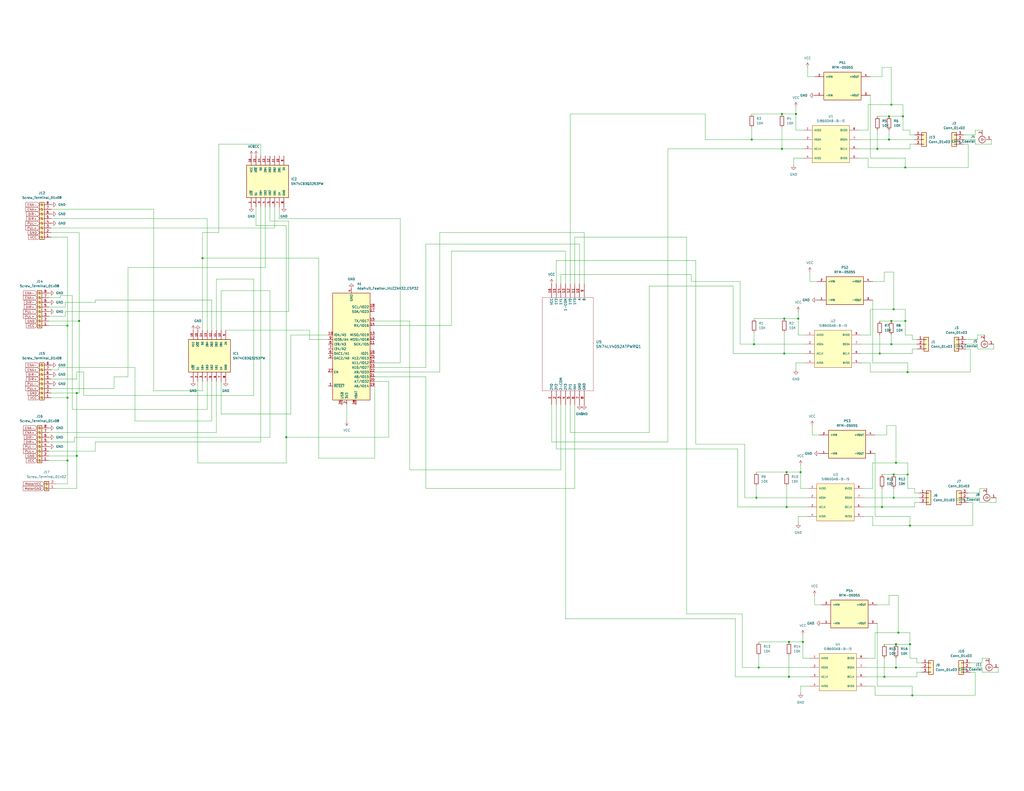
<source format=kicad_sch>
(kicad_sch (version 20250114) (generator "eeschema") (generator_version "9.0")
  (paper "C")
  (junction (at 435.61 173.99))
  (junction (at 495.3 259.08))
  (junction (at 43.18 175.26))
  (junction (at 494.03 91.44))
  (junction (at 486.41 175.26))
  (junction (at 492.76 63.5))
  (junction (at 487.68 259.08))
  (junction (at 434.34 62.23))
  (junction (at 487.68 168.91))
  (junction (at 430.53 369.57))
  (junction (at 481.33 276.86))
  (junction (at 429.26 276.86))
  (junction (at 414.02 364.49))
  (junction (at 488.95 364.49))
  (junction (at 429.26 257.81))
  (junction (at 486.41 187.96))
  (junction (at 487.68 271.78))
  (junction (at 436.88 257.81))
  (junction (at 410.21 76.2))
  (junction (at 41.91 248.92))
  (junction (at 482.6 369.57))
  (junction (at 412.75 271.78))
  (junction (at 478.79 81.28))
  (junction (at 427.99 173.99))
  (junction (at 426.72 62.23))
  (junction (at 495.3 203.2))
  (junction (at 110.49 140.97))
  (junction (at 494.03 175.26))
  (junction (at 427.99 193.04))
  (junction (at 438.15 350.52))
  (junction (at 480.06 193.04))
  (junction (at 36.83 177.8))
  (junction (at 485.14 63.5))
  (junction (at 156.21 238.76))
  (junction (at 41.91 214.63))
  (junction (at 497.84 379.73))
  (junction (at 430.53 350.52))
  (junction (at 488.95 351.79))
  (junction (at 411.48 187.96))
  (junction (at 36.83 217.17))
  (junction (at 496.57 287.02))
  (junction (at 36.83 251.46))
  (junction (at 488.95 252.73))
  (junction (at 485.14 76.2))
  (junction (at 426.72 81.28))
  (junction (at 486.41 57.15))
  (junction (at 496.57 351.79))
  (junction (at 490.22 345.44))
  (wire (pts (xy 400.05 193.04) (xy 427.99 193.04)))
  (wire (pts (xy 494.03 86.36) (xy 494.03 91.44)))
  (wire (pts (xy 364.49 241.3) (xy 364.49 81.28)))
  (wire (pts (xy 429.26 257.81) (xy 436.88 257.81)))
  (wire (pts (xy 495.3 259.08) (xy 495.3 266.7)))
  (wire (pts (xy 544.83 367.03) (xy 544.83 364.49)))
  (wire (pts (xy 113.03 119.38) (xy 27.94 119.38)))
  (wire (pts (xy 311.15 154.94) (xy 311.15 62.23)))
  (wire (pts (xy 436.88 266.7) (xy 440.69 266.7)))
  (wire (pts (xy 496.57 281.94) (xy 496.57 287.02)))
  (wire (pts (xy 534.67 271.78) (xy 534.67 274.32)))
  (wire (pts (xy 429.26 276.86) (xy 440.69 276.86)))
  (wire (pts (xy 533.4 187.96) (xy 533.4 190.5)))
  (wire (pts (xy 33.02 162.56) (xy 26.67 162.56)))
  (wire (pts (xy 110.49 213.36) (xy 83.82 213.36)))
  (wire (pts (xy 480.06 193.04) (xy 497.84 193.04)))
  (wire (pts (xy 240.03 203.2) (xy 204.47 203.2)))
  (wire (pts (xy 158.75 226.06) (xy 158.75 182.88)))
  (wire (pts (xy 497.84 379.73) (xy 532.13 379.73)))
  (wire (pts (xy 476.25 287.02) (xy 496.57 287.02)))
  (wire (pts (xy 471.17 276.86) (xy 481.33 276.86)))
  (wire (pts (xy 402.59 276.86) (xy 429.26 276.86)))
  (wire (pts (xy 306.07 149.86) (xy 377.19 149.86)))
  (wire (pts (xy 434.34 198.12) (xy 434.34 201.93)))
  (wire (pts (xy 488.95 359.41) (xy 488.95 364.49)))
  (wire (pts (xy 40.64 238.76) (xy 40.64 241.3)))
  (wire (pts (xy 427.99 181.61) (xy 427.99 193.04)))
  (wire (pts (xy 472.44 364.49) (xy 488.95 364.49)))
  (wire (pts (xy 110.49 127) (xy 110.49 140.97)))
  (wire (pts (xy 223.52 256.54) (xy 223.52 175.26)))
  (wire (pts (xy 374.65 129.54) (xy 374.65 335.28)))
  (wire (pts (xy 411.48 187.96) (xy 439.42 187.96)))
  (wire (pts (xy 26.67 236.22) (xy 118.11 236.22)))
  (wire (pts (xy 469.9 198.12) (xy 474.98 198.12)))
  (wire (pts (xy 43.18 175.26) (xy 26.67 175.26)))
  (wire (pts (xy 529.59 190.5) (xy 529.59 203.2)))
  (wire (pts (xy 434.34 71.12) (xy 438.15 71.12)))
  (wire (pts (xy 478.79 330.2) (xy 485.14 330.2)))
  (wire (pts (xy 534.67 266.7) (xy 538.48 266.7)))
  (wire (pts (xy 477.52 281.94) (xy 496.57 281.94)))
  (wire (pts (xy 528.32 271.78) (xy 534.67 271.78)))
  (wire (pts (xy 471.17 281.94) (xy 476.25 281.94)))
  (wire (pts (xy 115.57 229.87) (xy 73.66 229.87)))
  (wire (pts (xy 45.72 203.2) (xy 41.91 203.2)))
  (wire (pts (xy 41.91 207.01) (xy 27.94 207.01)))
  (wire (pts (xy 445.77 153.67) (xy 441.96 153.67)))
  (wire (pts (xy 142.24 241.3) (xy 52.07 241.3)))
  (wire (pts (xy 488.95 364.49) (xy 502.92 364.49)))
  (wire (pts (xy 69.85 146.05) (xy 144.78 146.05)))
  (wire (pts (xy 30.48 266.7) (xy 41.91 266.7)))
  (wire (pts (xy 486.41 57.15) (xy 473.71 57.15)))
  (wire (pts (xy 35.56 167.64) (xy 26.67 167.64)))
  (wire (pts (xy 435.61 170.18) (xy 435.61 173.99)))
  (wire (pts (xy 303.53 245.11) (xy 402.59 245.11)))
  (wire (pts (xy 495.3 198.12) (xy 495.3 203.2)))
  (wire (pts (xy 535.94 359.41) (xy 539.75 359.41)))
  (wire (pts (xy 471.17 271.78) (xy 487.68 271.78)))
  (wire (pts (xy 115.57 180.34) (xy 115.57 163.83)))
  (wire (pts (xy 496.57 359.41) (xy 500.38 359.41)))
  (wire (pts (xy 488.95 252.73) (xy 495.3 252.73)))
  (wire (pts (xy 308.61 137.16) (xy 246.38 137.16)))
  (wire (pts (xy 478.79 63.5) (xy 485.14 63.5)))
  (wire (pts (xy 41.91 248.92) (xy 41.91 214.63)))
  (wire (pts (xy 147.32 158.75) (xy 147.32 238.76)))
  (wire (pts (xy 426.72 69.85) (xy 426.72 81.28)))
  (wire (pts (xy 497.84 182.88) (xy 497.84 185.42)))
  (wire (pts (xy 528.32 274.32) (xy 530.86 274.32)))
  (wire (pts (xy 303.53 220.98) (xy 303.53 245.11)))
  (wire (pts (xy 499.11 269.24) (xy 501.65 269.24)))
  (wire (pts (xy 483.87 232.41) (xy 483.87 237.49)))
  (wire (pts (xy 438.15 350.52) (xy 438.15 359.41)))
  (wire (pts (xy 43.18 214.63) (xy 43.18 175.26)))
  (wire (pts (xy 527.05 187.96) (xy 533.4 187.96)))
  (wire (pts (xy 468.63 71.12) (xy 473.71 71.12)))
  (wire (pts (xy 494.03 168.91) (xy 494.03 175.26)))
  (wire (pts (xy 497.84 193.04) (xy 497.84 190.5)))
  (wire (pts (xy 426.72 62.23) (xy 434.34 62.23)))
  (wire (pts (xy 427.99 193.04) (xy 439.42 193.04)))
  (wire (pts (xy 316.23 133.35) (xy 232.41 133.35)))
  (wire (pts (xy 152.4 119.38) (xy 218.44 119.38)))
  (wire (pts (xy 62.23 205.74) (xy 62.23 212.09)))
  (wire (pts (xy 400.05 156.21) (xy 400.05 193.04)))
  (wire (pts (xy 492.76 71.12) (xy 496.57 71.12)))
  (wire (pts (xy 212.09 208.28) (xy 204.47 208.28)))
  (wire (pts (xy 306.07 256.54) (xy 223.52 256.54)))
  (wire (pts (xy 542.29 190.5) (xy 542.29 187.96)))
  (wire (pts (xy 487.68 148.59) (xy 487.68 168.91)))
  (wire (pts (xy 476.25 281.94) (xy 476.25 287.02)))
  (wire (pts (xy 142.24 241.3) (xy 142.24 113.03)))
  (wire (pts (xy 414.02 350.52) (xy 430.53 350.52)))
  (wire (pts (xy 430.53 369.57) (xy 441.96 369.57)))
  (wire (pts (xy 113.03 180.34) (xy 113.03 119.38)))
  (wire (pts (xy 33.02 161.29) (xy 33.02 162.56)))
  (wire (pts (xy 156.21 238.76) (xy 212.09 238.76)))
  (wire (pts (xy 158.75 182.88) (xy 179.07 182.88)))
  (wire (pts (xy 173.99 140.97) (xy 173.99 250.19)))
  (wire (pts (xy 36.83 129.54) (xy 27.94 129.54)))
  (wire (pts (xy 411.48 181.61) (xy 411.48 187.96)))
  (wire (pts (xy 482.6 351.79) (xy 488.95 351.79)))
  (wire (pts (xy 474.98 52.07) (xy 474.98 86.36)))
  (wire (pts (xy 476.25 198.12) (xy 495.3 198.12)))
  (wire (pts (xy 472.44 369.57) (xy 482.6 369.57)))
  (wire (pts (xy 434.34 62.23) (xy 434.34 71.12)))
  (wire (pts (xy 41.91 266.7) (xy 41.91 248.92)))
  (wire (pts (xy 138.43 152.4) (xy 138.43 215.9)))
  (wire (pts (xy 472.44 359.41) (xy 477.52 359.41)))
  (wire (pts (xy 412.75 271.78) (xy 440.69 271.78)))
  (wire (pts (xy 411.48 173.99) (xy 427.99 173.99)))
  (wire (pts (xy 107.95 252.73) (xy 156.21 252.73)))
  (wire (pts (xy 433.07 86.36) (xy 433.07 90.17)))
  (wire (pts (xy 477.52 237.49) (xy 483.87 237.49)))
  (wire (pts (xy 110.49 140.97) (xy 173.99 140.97)))
  (wire (pts (xy 487.68 259.08) (xy 495.3 259.08)))
  (wire (pts (xy 438.15 346.71) (xy 438.15 350.52)))
  (wire (pts (xy 401.32 369.57) (xy 430.53 369.57)))
  (wire (pts (xy 486.41 175.26) (xy 494.03 175.26)))
  (wire (pts (xy 443.23 232.41) (xy 443.23 237.49)))
  (wire (pts (xy 495.3 266.7) (xy 499.11 266.7)))
  (wire (pts (xy 533.4 182.88) (xy 537.21 182.88)))
  (wire (pts (xy 495.3 203.2) (xy 529.59 203.2)))
  (wire (pts (xy 448.31 330.2) (xy 444.5 330.2)))
  (wire (pts (xy 212.09 238.76) (xy 212.09 208.28)))
  (wire (pts (xy 535.94 364.49) (xy 535.94 367.03)))
  (wire (pts (xy 471.17 266.7) (xy 476.25 266.7)))
  (wire (pts (xy 496.57 351.79) (xy 496.57 359.41)))
  (wire (pts (xy 142.24 78.74) (xy 142.24 85.09)))
  (wire (pts (xy 52.07 241.3) (xy 52.07 246.38)))
  (wire (pts (xy 441.96 148.59) (xy 441.96 153.67)))
  (wire (pts (xy 529.59 367.03) (xy 532.13 367.03)))
  (wire (pts (xy 478.79 374.65) (xy 497.84 374.65)))
  (wire (pts (xy 476.25 252.73) (xy 476.25 266.7)))
  (wire (pts (xy 481.33 259.08) (xy 487.68 259.08)))
  (wire (pts (xy 528.32 269.24) (xy 534.67 269.24)))
  (wire (pts (xy 527.05 190.5) (xy 529.59 190.5)))
  (wire (pts (xy 500.38 359.41) (xy 500.38 361.95)))
  (wire (pts (xy 405.13 335.28) (xy 405.13 364.49)))
  (wire (pts (xy 528.32 78.74) (xy 528.32 91.44)))
  (wire (pts (xy 444.5 325.12) (xy 444.5 330.2)))
  (wire (pts (xy 487.68 266.7) (xy 487.68 271.78)))
  (wire (pts (xy 412.75 265.43) (xy 412.75 271.78)))
  (wire (pts (xy 204.47 250.19) (xy 204.47 210.82)))
  (wire (pts (xy 488.95 351.79) (xy 496.57 351.79)))
  (wire (pts (xy 482.6 148.59) (xy 482.6 153.67)))
  (wire (pts (xy 473.71 57.15) (xy 473.71 71.12)))
  (wire (pts (xy 379.73 242.57) (xy 406.4 242.57)))
  (wire (pts (xy 41.91 214.63) (xy 27.94 214.63)))
  (wire (pts (xy 480.06 175.26) (xy 486.41 175.26)))
  (wire (pts (xy 36.83 251.46) (xy 26.67 251.46)))
  (wire (pts (xy 313.69 266.7) (xy 232.41 266.7)))
  (wire (pts (xy 139.7 123.19) (xy 139.7 113.03)))
  (wire (pts (xy 379.73 142.24) (xy 379.73 242.57)))
  (wire (pts (xy 477.52 374.65) (xy 477.52 379.73)))
  (wire (pts (xy 35.56 172.72) (xy 26.67 172.72)))
  (wire (pts (xy 316.23 154.94) (xy 316.23 133.35)))
  (wire (pts (xy 377.19 153.67) (xy 403.86 153.67)))
  (wire (pts (xy 311.15 220.98) (xy 311.15 236.22)))
  (wire (pts (xy 438.15 86.36) (xy 433.07 86.36)))
  (wire (pts (xy 31.75 201.93) (xy 27.94 201.93)))
  (wire (pts (xy 232.41 266.7) (xy 232.41 205.74)))
  (wire (pts (xy 532.13 73.66) (xy 532.13 71.12)))
  (wire (pts (xy 496.57 73.66) (xy 499.11 73.66)))
  (wire (pts (xy 468.63 81.28) (xy 478.79 81.28)))
  (wire (pts (xy 468.63 86.36) (xy 473.71 86.36)))
  (wire (pts (xy 364.49 81.28) (xy 426.72 81.28)))
  (wire (pts (xy 541.02 78.74) (xy 541.02 76.2)))
  (wire (pts (xy 374.65 335.28) (xy 405.13 335.28)))
  (wire (pts (xy 474.98 198.12) (xy 474.98 203.2)))
  (wire (pts (xy 45.72 215.9) (xy 45.72 203.2)))
  (wire (pts (xy 481.33 36.83) (xy 481.33 41.91)))
  (wire (pts (xy 232.41 205.74) (xy 204.47 205.74)))
  (wire (pts (xy 492.76 63.5) (xy 492.76 71.12)))
  (wire (pts (xy 110.49 127) (xy 119.38 127)))
  (wire (pts (xy 232.41 200.66) (xy 204.47 200.66)))
  (wire (pts (xy 120.65 226.06) (xy 158.75 226.06)))
  (wire (pts (xy 313.69 154.94) (xy 313.69 129.54)))
  (wire (pts (xy 306.07 154.94) (xy 306.07 149.86)))
  (wire (pts (xy 120.65 158.75) (xy 147.32 158.75)))
  (wire (pts (xy 476.25 163.83) (xy 476.25 198.12)))
  (wire (pts (xy 118.11 208.28) (xy 118.11 236.22)))
  (wire (pts (xy 469.9 182.88) (xy 474.98 182.88)))
  (wire (pts (xy 435.61 281.94) (xy 435.61 285.75)))
  (wire (pts (xy 534.67 274.32) (xy 543.56 274.32)))
  (wire (pts (xy 410.21 76.2) (xy 438.15 76.2)))
  (wire (pts (xy 401.32 337.82) (xy 401.32 369.57)))
  (wire (pts (xy 530.86 274.32) (xy 530.86 287.02)))
  (wire (pts (xy 39.37 161.29) (xy 33.02 161.29)))
  (wire (pts (xy 83.82 114.3) (xy 27.94 114.3)))
  (wire (pts (xy 119.38 78.74) (xy 142.24 78.74)))
  (wire (pts (xy 529.59 364.49) (xy 535.94 364.49)))
  (wire (pts (xy 107.95 208.28) (xy 107.95 252.73)))
  (wire (pts (xy 436.88 254) (xy 436.88 257.81)))
  (wire (pts (xy 477.52 379.73) (xy 497.84 379.73)))
  (wire (pts (xy 35.56 170.18) (xy 157.48 170.18)))
  (wire (pts (xy 144.78 146.05) (xy 144.78 113.03)))
  (wire (pts (xy 354.33 156.21) (xy 400.05 156.21)))
  (wire (pts (xy 403.86 187.96) (xy 411.48 187.96)))
  (wire (pts (xy 138.43 215.9) (xy 45.72 215.9)))
  (wire (pts (xy 308.61 337.82) (xy 401.32 337.82)))
  (wire (pts (xy 69.85 205.74) (xy 69.85 146.05)))
  (wire (pts (xy 36.83 251.46) (xy 36.83 217.17)))
  (wire (pts (xy 430.53 358.14) (xy 430.53 369.57)))
  (wire (pts (xy 488.95 252.73) (xy 476.25 252.73)))
  (wire (pts (xy 402.59 245.11) (xy 402.59 276.86)))
  (wire (pts (xy 499.11 276.86) (xy 499.11 274.32)))
  (wire (pts (xy 486.41 187.96) (xy 500.38 187.96)))
  (wire (pts (xy 246.38 177.8) (xy 204.47 177.8)))
  (wire (pts (xy 532.13 76.2) (xy 532.13 78.74)))
  (wire (pts (xy 532.13 367.03) (xy 532.13 379.73)))
  (wire (pts (xy 36.83 177.8) (xy 26.67 177.8)))
  (wire (pts (xy 113.03 223.52) (xy 39.37 223.52)))
  (wire (pts (xy 168.91 180.34) (xy 168.91 185.42)))
  (wire (pts (xy 434.34 58.42) (xy 434.34 62.23)))
  (wire (pts (xy 527.05 185.42) (xy 533.4 185.42)))
  (wire (pts (xy 494.03 91.44) (xy 528.32 91.44)))
  (wire (pts (xy 481.33 266.7) (xy 481.33 276.86)))
  (wire (pts (xy 139.7 123.19) (xy 156.21 123.19)))
  (wire (pts (xy 487.68 168.91) (xy 494.03 168.91)))
  (wire (pts (xy 36.83 217.17) (xy 36.83 177.8)))
  (wire (pts (xy 73.66 200.66) (xy 31.75 200.66)))
  (wire (pts (xy 40.64 241.3) (xy 26.67 241.3)))
  (wire (pts (xy 481.33 276.86) (xy 499.11 276.86)))
  (wire (pts (xy 474.98 41.91) (xy 481.33 41.91)))
  (wire (pts (xy 115.57 163.83) (xy 52.07 163.83)))
  (wire (pts (xy 118.11 152.4) (xy 138.43 152.4)))
  (wire (pts (xy 497.84 185.42) (xy 500.38 185.42)))
  (wire (pts (xy 43.18 127) (xy 27.94 127)))
  (wire (pts (xy 497.84 190.5) (xy 500.38 190.5)))
  (wire (pts (xy 303.53 154.94) (xy 303.53 142.24)))
  (wire (pts (xy 311.15 236.22) (xy 354.33 236.22)))
  (wire (pts (xy 485.14 63.5) (xy 492.76 63.5)))
  (wire (pts (xy 36.83 177.8) (xy 36.83 129.54)))
  (wire (pts (xy 377.19 149.86) (xy 377.19 153.67)))
  (wire (pts (xy 149.86 124.46) (xy 149.86 113.03)))
  (wire (pts (xy 478.79 71.12) (xy 478.79 81.28)))
  (wire (pts (xy 414.02 364.49) (xy 441.96 364.49)))
  (wire (pts (xy 472.44 374.65) (xy 477.52 374.65)))
  (wire (pts (xy 156.21 238.76) (xy 156.21 123.19)))
  (wire (pts (xy 486.41 182.88) (xy 486.41 187.96)))
  (wire (pts (xy 486.41 36.83) (xy 486.41 57.15)))
  (wire (pts (xy 427.99 173.99) (xy 435.61 173.99)))
  (wire (pts (xy 487.68 271.78) (xy 501.65 271.78)))
  (wire (pts (xy 52.07 163.83) (xy 52.07 165.1)))
  (wire (pts (xy 218.44 198.12) (xy 204.47 198.12)))
  (wire (pts (xy 435.61 173.99) (xy 435.61 182.88)))
  (wire (pts (xy 478.79 81.28) (xy 496.57 81.28)))
  (wire (pts (xy 52.07 246.38) (xy 26.67 246.38)))
  (wire (pts (xy 31.75 200.66) (xy 31.75 201.93)))
  (wire (pts (xy 532.13 78.74) (xy 541.02 78.74)))
  (wire (pts (xy 440.69 36.83) (xy 440.69 41.91)))
  (wire (pts (xy 41.91 203.2) (xy 41.91 207.01)))
  (wire (pts (xy 30.48 264.16) (xy 36.83 264.16)))
  (wire (pts (xy 35.56 165.1) (xy 35.56 167.64)))
  (wire (pts (xy 525.78 78.74) (xy 528.32 78.74)))
  (wire (pts (xy 73.66 229.87) (xy 73.66 200.66)))
  (wire (pts (xy 474.98 86.36) (xy 494.03 86.36)))
  (wire (pts (xy 318.77 127) (xy 240.03 127)))
  (wire (pts (xy 490.22 325.12) (xy 490.22 345.44)))
  (wire (pts (xy 474.98 203.2) (xy 495.3 203.2)))
  (wire (pts (xy 482.6 359.41) (xy 482.6 369.57)))
  (wire (pts (xy 485.14 325.12) (xy 490.22 325.12)))
  (wire (pts (xy 430.53 350.52) (xy 438.15 350.52)))
  (wire (pts (xy 499.11 266.7) (xy 499.11 269.24)))
  (wire (pts (xy 300.99 241.3) (xy 364.49 241.3)))
  (wire (pts (xy 189.23 220.98) (xy 189.23 229.87)))
  (wire (pts (xy 405.13 364.49) (xy 414.02 364.49)))
  (wire (pts (xy 481.33 36.83) (xy 486.41 36.83)))
  (wire (pts (xy 173.99 250.19) (xy 204.47 250.19)))
  (wire (pts (xy 447.04 237.49) (xy 443.23 237.49)))
  (wire (pts (xy 438.15 359.41) (xy 441.96 359.41)))
  (wire (pts (xy 410.21 62.23) (xy 426.72 62.23)))
  (wire (pts (xy 113.03 208.28) (xy 113.03 223.52)))
  (wire (pts (xy 240.03 127) (xy 240.03 203.2)))
  (wire (pts (xy 473.71 86.36) (xy 473.71 91.44)))
  (wire (pts (xy 414.02 358.14) (xy 414.02 364.49)))
  (wire (pts (xy 440.69 281.94) (xy 435.61 281.94)))
  (wire (pts (xy 468.63 76.2) (xy 485.14 76.2)))
  (wire (pts (xy 477.52 345.44) (xy 477.52 359.41)))
  (wire (pts (xy 477.52 247.65) (xy 477.52 281.94)))
  (wire (pts (xy 147.32 120.65) (xy 147.32 113.03)))
  (wire (pts (xy 439.42 198.12) (xy 434.34 198.12)))
  (wire (pts (xy 110.49 208.28) (xy 110.49 213.36)))
  (wire (pts (xy 152.4 113.03) (xy 152.4 119.38)))
  (wire (pts (xy 483.87 232.41) (xy 488.95 232.41)))
  (wire (pts (xy 406.4 271.78) (xy 412.75 271.78)))
  (wire (pts (xy 533.4 185.42) (xy 533.4 182.88)))
  (wire (pts (xy 494.03 175.26) (xy 494.03 182.88)))
  (wire (pts (xy 41.91 248.92) (xy 26.67 248.92)))
  (wire (pts (xy 35.56 165.1) (xy 52.07 165.1)))
  (wire (pts (xy 469.9 187.96) (xy 486.41 187.96)))
  (wire (pts (xy 495.3 252.73) (xy 495.3 259.08)))
  (wire (pts (xy 469.9 193.04) (xy 480.06 193.04)))
  (wire (pts (xy 384.81 62.23) (xy 384.81 76.2)))
  (wire (pts (xy 499.11 274.32) (xy 501.65 274.32)))
  (wire (pts (xy 534.67 269.24) (xy 534.67 266.7)))
  (wire (pts (xy 480.06 182.88) (xy 480.06 193.04)))
  (wire (pts (xy 525.78 73.66) (xy 532.13 73.66)))
  (wire (pts (xy 62.23 212.09) (xy 27.94 212.09)))
  (wire (pts (xy 313.69 129.54) (xy 374.65 129.54)))
  (wire (pts (xy 496.57 81.28) (xy 496.57 78.74)))
  (wire (pts (xy 482.6 369.57) (xy 500.38 369.57)))
  (wire (pts (xy 500.38 367.03) (xy 502.92 367.03)))
  (wire (pts (xy 441.96 374.65) (xy 436.88 374.65)))
  (wire (pts (xy 497.84 374.65) (xy 497.84 379.73)))
  (wire (pts (xy 308.61 220.98) (xy 308.61 337.82)))
  (wire (pts (xy 120.65 180.34) (xy 120.65 158.75)))
  (wire (pts (xy 525.78 76.2) (xy 532.13 76.2)))
  (wire (pts (xy 426.72 81.28) (xy 438.15 81.28)))
  (wire (pts (xy 156.21 252.73) (xy 156.21 238.76)))
  (wire (pts (xy 40.64 238.76) (xy 147.32 238.76)))
  (wire (pts (xy 110.49 140.97) (xy 110.49 180.34)))
  (wire (pts (xy 494.03 182.88) (xy 497.84 182.88)))
  (wire (pts (xy 303.53 142.24) (xy 379.73 142.24)))
  (wire (pts (xy 436.88 257.81) (xy 436.88 266.7)))
  (wire (pts (xy 500.38 361.95) (xy 502.92 361.95)))
  (wire (pts (xy 300.99 220.98) (xy 300.99 241.3)))
  (wire (pts (xy 308.61 154.94) (xy 308.61 137.16)))
  (wire (pts (xy 474.98 168.91) (xy 474.98 182.88)))
  (wire (pts (xy 492.76 57.15) (xy 492.76 63.5)))
  (wire (pts (xy 533.4 190.5) (xy 542.29 190.5)))
  (wire (pts (xy 403.86 153.67) (xy 403.86 187.96)))
  (wire (pts (xy 482.6 148.59) (xy 487.68 148.59)))
  (wire (pts (xy 529.59 361.95) (xy 535.94 361.95)))
  (wire (pts (xy 490.22 345.44) (xy 496.57 345.44)))
  (wire (pts (xy 354.33 236.22) (xy 354.33 156.21)))
  (wire (pts (xy 535.94 367.03) (xy 544.83 367.03)))
  (wire (pts (xy 232.41 133.35) (xy 232.41 200.66)))
  (wire (pts (xy 429.26 265.43) (xy 429.26 276.86)))
  (wire (pts (xy 435.61 182.88) (xy 439.42 182.88)))
  (wire (pts (xy 478.79 340.36) (xy 478.79 374.65)))
  (wire (pts (xy 35.56 170.18) (xy 35.56 172.72)))
  (wire (pts (xy 473.71 91.44) (xy 494.03 91.44)))
  (wire (pts (xy 500.38 369.57) (xy 500.38 367.03)))
  (wire (pts (xy 306.07 220.98) (xy 306.07 256.54)))
  (wire (pts (xy 69.85 205.74) (xy 62.23 205.74)))
  (wire (pts (xy 311.15 62.23) (xy 384.81 62.23)))
  (wire (pts (xy 488.95 232.41) (xy 488.95 252.73)))
  (wire (pts (xy 532.13 71.12) (xy 535.94 71.12)))
  (wire (pts (xy 168.91 185.42) (xy 179.07 185.42)))
  (wire (pts (xy 444.5 41.91) (xy 440.69 41.91)))
  (wire (pts (xy 313.69 220.98) (xy 313.69 266.7)))
  (wire (pts (xy 406.4 242.57) (xy 406.4 271.78)))
  (wire (pts (xy 119.38 78.74) (xy 119.38 127)))
  (wire (pts (xy 115.57 208.28) (xy 115.57 229.87)))
  (wire (pts (xy 157.48 120.65) (xy 157.48 170.18)))
  (wire (pts (xy 39.37 161.29) (xy 39.37 223.52)))
  (wire (pts (xy 485.14 76.2) (xy 499.11 76.2)))
  (wire (pts (xy 223.52 175.26) (xy 204.47 175.26)))
  (wire (pts (xy 384.81 76.2) (xy 410.21 76.2)))
  (wire (pts (xy 496.57 78.74) (xy 499.11 78.74)))
  (wire (pts (xy 535.94 361.95) (xy 535.94 359.41)))
  (wire (pts (xy 318.77 127) (xy 318.77 154.94)))
  (wire (pts (xy 246.38 137.16) (xy 246.38 177.8)))
  (wire (pts (xy 485.14 325.12) (xy 485.14 330.2)))
  (wire (pts (xy 36.83 264.16) (xy 36.83 251.46)))
  (wire (pts (xy 496.57 287.02) (xy 530.86 287.02)))
  (wire (pts (xy 36.83 217.17) (xy 27.94 217.17)))
  (wire (pts (xy 120.65 208.28) (xy 120.65 226.06)))
  (wire (pts (xy 490.22 345.44) (xy 477.52 345.44)))
  (wire (pts (xy 83.82 213.36) (xy 83.82 114.3)))
  (wire (pts (xy 543.56 274.32) (xy 543.56 271.78)))
  (wire (pts (xy 476.25 153.67) (xy 482.6 153.67)))
  (wire (pts (xy 157.48 120.65) (xy 147.32 120.65)))
  (wire (pts (xy 487.68 168.91) (xy 474.98 168.91)))
  (wire (pts (xy 485.14 71.12) (xy 485.14 76.2)))
  (wire (pts (xy 27.94 124.46) (xy 149.86 124.46)))
  (wire (pts (xy 43.18 175.26) (xy 43.18 127)))
  (wire (pts (xy 118.11 180.34) (xy 118.11 152.4)))
  (wire (pts (xy 486.41 57.15) (xy 492.76 57.15)))
  (wire (pts (xy 496.57 345.44) (xy 496.57 351.79)))
  (wire (pts (xy 41.91 214.63) (xy 43.18 214.63)))
  (wire (pts (xy 496.57 71.12) (xy 496.57 73.66)))
  (wire (pts (xy 436.88 374.65) (xy 436.88 378.46)))
  (wire (pts (xy 218.44 119.38) (xy 218.44 198.12)))
  (wire (pts (xy 123.19 180.34) (xy 168.91 180.34)))
  (wire (pts (xy 412.75 257.81) (xy 429.26 257.81)))
  (wire (pts (xy 410.21 69.85) (xy 410.21 76.2)))
  (global_label "PUL-" (shape input) (at 21.59 121.92 180) (property "Intersheetrefs" "${INTERSHEET_REFS}" (effects (hide yes))))
  (global_label "GND" (shape input) (at 21.59 214.63 180) (property "Intersheetrefs" "${INTERSHEET_REFS}" (effects (hide yes))))
  (global_label "ENA-" (shape input) (at 20.32 233.68 180) (property "Intersheetrefs" "${INTERSHEET_REFS}" (effects (hide yes))))
  (global_label "DIR-" (shape input) (at 20.32 238.76 180) (property "Intersheetrefs" "${INTERSHEET_REFS}" (effects (hide yes))))
  (global_label "VCC" (shape input) (at 21.59 217.17 180) (property "Intersheetrefs" "${INTERSHEET_REFS}" (effects (hide yes))))
  (global_label "ENA+" (shape input) (at 21.59 201.93 180) (property "Intersheetrefs" "${INTERSHEET_REFS}" (effects (hide yes))))
  (global_label "ENA-" (shape input) (at 20.32 160.02 180) (property "Intersheetrefs" "${INTERSHEET_REFS}" (effects (hide yes))))
  (global_label "GND" (shape input) (at 20.32 175.26 180) (property "Intersheetrefs" "${INTERSHEET_REFS}" (effects (hide yes))))
  (global_label "PUL+" (shape input) (at 20.32 172.72 180) (property "Intersheetrefs" "${INTERSHEET_REFS}" (effects (hide yes))))
  (global_label "DIR-" (shape input) (at 21.59 116.84 180) (property "Intersheetrefs" "${INTERSHEET_REFS}" (effects (hide yes))))
  (global_label "ENA-" (shape input) (at 21.59 199.39 180) (property "Intersheetrefs" "${INTERSHEET_REFS}" (effects (hide yes))))
  (global_label "PUL+" (shape input) (at 21.59 212.09 180) (property "Intersheetrefs" "${INTERSHEET_REFS}" (effects (hide yes))))
  (global_label "ENA+" (shape input) (at 20.32 236.22 180) (property "Intersheetrefs" "${INTERSHEET_REFS}" (effects (hide yes))))
  (global_label "PUL-" (shape input) (at 20.32 243.84 180) (property "Intersheetrefs" "${INTERSHEET_REFS}" (effects (hide yes))))
  (global_label "DIR+" (shape input) (at 21.59 207.01 180) (property "Intersheetrefs" "${INTERSHEET_REFS}" (effects (hide yes))))
  (global_label "PUL+" (shape input) (at 21.59 124.46 180) (property "Intersheetrefs" "${INTERSHEET_REFS}" (effects (hide yes))))
  (global_label "VCC" (shape input) (at 20.32 251.46 180) (property "Intersheetrefs" "${INTERSHEET_REFS}" (effects (hide yes))))
  (global_label "MotorGND" (shape input) (at 24.13 266.7 180) (property "Intersheetrefs" "${INTERSHEET_REFS}" (effects (hide yes))))
  (global_label "PUL-" (shape input) (at 21.59 209.55 180) (property "Intersheetrefs" "${INTERSHEET_REFS}" (effects (hide yes))))
  (global_label "DIR+" (shape input) (at 20.32 167.64 180) (property "Intersheetrefs" "${INTERSHEET_REFS}" (effects (hide yes))))
  (global_label "GND" (shape input) (at 21.59 127 180) (property "Intersheetrefs" "${INTERSHEET_REFS}" (effects (hide yes))))
  (global_label "DIR-" (shape input) (at 21.59 204.47 180) (property "Intersheetrefs" "${INTERSHEET_REFS}" (effects (hide yes))))
  (global_label "PUL+" (shape input) (at 20.32 246.38 180) (property "Intersheetrefs" "${INTERSHEET_REFS}" (effects (hide yes))))
  (global_label "VCC" (shape input) (at 21.59 129.54 180) (property "Intersheetrefs" "${INTERSHEET_REFS}" (effects (hide yes))))
  (global_label "DIR+" (shape input) (at 21.59 119.38 180) (property "Intersheetrefs" "${INTERSHEET_REFS}" (effects (hide yes))))
  (global_label "ENA-" (shape input) (at 21.59 111.76 180) (property "Intersheetrefs" "${INTERSHEET_REFS}" (effects (hide yes))))
  (global_label "DIR-" (shape input) (at 20.32 165.1 180) (property "Intersheetrefs" "${INTERSHEET_REFS}" (effects (hide yes))))
  (global_label "GND" (shape input) (at 20.32 248.92 180) (property "Intersheetrefs" "${INTERSHEET_REFS}" (effects (hide yes))))
  (global_label "PUL-" (shape input) (at 20.32 170.18 180) (property "Intersheetrefs" "${INTERSHEET_REFS}" (effects (hide yes))))
  (global_label "DIR+" (shape input) (at 20.32 241.3 180) (property "Intersheetrefs" "${INTERSHEET_REFS}" (effects (hide yes))))
  (global_label "ENA+" (shape input) (at 20.32 162.56 180) (property "Intersheetrefs" "${INTERSHEET_REFS}" (effects (hide yes))))
  (global_label "MotorVCC" (shape input) (at 24.13 264.16 180) (property "Intersheetrefs" "${INTERSHEET_REFS}" (effects (hide yes))))
  (global_label "VCC" (shape input) (at 20.32 177.8 180) (property "Intersheetrefs" "${INTERSHEET_REFS}" (effects (hide yes))))
  (global_label "ENA+" (shape input) (at 21.59 114.3 180) (property "Intersheetrefs" "${INTERSHEET_REFS}" (effects (hide yes))))
  (symbol (lib_id "power:GND") (at 137.16 113.03 0) (unit 1)
    (property "Reference" "#PWR021" (effects (hide yes)))
    (property "Value" "GND" (at 137.16 118.11 0))
    (property "Description" "Power symbol creates a global label with name \"GND\" , ground" (effects (hide yes)))
  )
  (symbol (lib_id "power:GND") (at 435.61 285.75 0) (unit 1)
    (property "Reference" "#PWR09" (effects (hide yes)))
    (property "Value" "GND" (at 435.61 290.83 0))
    (property "Description" "Power symbol creates a global label with name \"GND\" , ground" (effects (hide yes)))
  )
  (symbol (lib_id "Device:R") (at 481.33 262.89 0) (unit 1)
    (property "Reference" "R11" (at 483.87 261.6199 0) (effects (justify left)))
    (property "Value" "10K" (at 483.87 264.1599 0) (effects (justify left)))
    (property "Footprint" "Resistor_SMD:R_0805_2012Metric" (effects (hide yes)))
    (property "Description" "Resistor" (effects (hide yes)))
  )
  (symbol (lib_id "Connector:Screw_Terminal_01x02") (at 25.4 266.7 180) (unit 1)
    (property "Reference" "J17" (at 25.4 257.81 0))
    (property "Value" "Screw_Terminal_01x02" (at 25.4 260.35 0))
    (property "Footprint" "TerminalBlock:TerminalBlock_MaiXu_MX126-5.0-02P_1x02_P5.00mm" (effects (hide yes)))
    (property "Description" "Generic screw terminal, single row, 01x02, script generated (kicad-library-utils/schlib/autogen/connector/)" (effects (hide yes)))
  )
  (symbol (lib_id "Device:R") (at 426.72 66.04 0) (unit 1)
    (property "Reference" "R4" (at 429.26 64.7699 0) (effects (justify left)))
    (property "Value" "10K" (at 429.26 67.3099 0) (effects (justify left)))
    (property "Footprint" "Resistor_SMD:R_0805_2012Metric" (effects (hide yes)))
    (property "Description" "Resistor" (effects (hide yes)))
  )
  (symbol (lib_id "power:GND") (at 26.67 243.84 90) (unit 1)
    (property "Reference" "#PWR036" (effects (hide yes)))
    (property "Value" "GND" (at 30.48 243.8399 90) (effects (justify right)))
    (property "Description" "Power symbol creates a global label with name \"GND\" , ground" (effects (hide yes)))
  )
  (symbol (lib_id "power:GND") (at 316.23 220.98 0) (unit 1)
    (property "Reference" "#PWR056" (effects (hide yes)))
    (property "Value" "GND" (at 316.23 226.06 0))
    (property "Description" "Power symbol creates a global label with name \"GND\" , ground" (effects (hide yes)))
  )
  (symbol (lib_id "power:GND") (at 26.67 238.76 90) (unit 1)
    (property "Reference" "#PWR035" (effects (hide yes)))
    (property "Value" "GND" (at 30.48 238.7599 90) (effects (justify right)))
    (property "Description" "Power symbol creates a global label with name \"GND\" , ground" (effects (hide yes)))
  )
  (symbol (lib_id "power:VCC") (at 441.96 148.59 0) (unit 1)
    (property "Reference" "#PWR07" (effects (hide yes)))
    (property "Value" "VCC" (at 441.96 143.51 0))
    (property "Description" "Power symbol creates a global label with name \"VCC\"" (effects (hide yes)))
  )
  (symbol (lib_id "power:VCC") (at 139.7 85.09 0) (unit 1)
    (property "Reference" "#PWR023" (effects (hide yes)))
    (property "Value" "VCC" (at 139.7 80.01 0))
    (property "Description" "Power symbol creates a global label with name \"VCC\"" (effects (hide yes)))
  )
  (symbol (lib_id "power:VCC") (at 300.99 154.94 0) (unit 1)
    (property "Reference" "#PWR055" (effects (hide yes)))
    (property "Value" "VCC" (at 300.99 149.86 0))
    (property "Description" "Power symbol creates a global label with name \"VCC\"" (effects (hide yes)))
  )
  (symbol (lib_id "power:GND") (at 436.88 378.46 0) (unit 1)
    (property "Reference" "#PWR013" (effects (hide yes)))
    (property "Value" "GND" (at 436.88 383.54 0))
    (property "Description" "Power symbol creates a global label with name \"GND\" , ground" (effects (hide yes)))
  )
  (symbol (lib_id "Connector:Screw_Terminal_01x08") (at 21.59 170.18 180) (unit 1)
    (property "Reference" "J14" (at 21.59 153.67 0))
    (property "Value" "Screw_Terminal_01x08" (at 21.59 156.21 0))
    (property "Footprint" "TerminalBlock:TerminalBlock_MaiXu_MX126-5.0-08P_1x08_P5.00mm" (effects (hide yes)))
    (property "Description" "Generic screw terminal, single row, 01x08, script generated (kicad-library-utils/schlib/autogen/connector/)" (effects (hide yes)))
  )
  (symbol (lib_id "power:GND") (at 444.5 52.07 270) (unit 1)
    (property "Reference" "#PWR02" (effects (hide yes)))
    (property "Value" "GND" (at 440.69 52.0699 90) (effects (justify right)))
    (property "Description" "Power symbol creates a global label with name \"GND\" , ground" (effects (hide yes)))
  )
  (symbol (lib_id "power:GND") (at 26.67 170.18 90) (unit 1)
    (property "Reference" "#PWR028" (effects (hide yes)))
    (property "Value" "GND" (at 30.48 170.1799 90) (effects (justify right)))
    (property "Description" "Power symbol creates a global label with name \"GND\" , ground" (effects (hide yes)))
  )
  (symbol (lib_id "power:VCC") (at 137.16 85.09 0) (unit 1)
    (property "Reference" "#PWR024" (effects (hide yes)))
    (property "Value" "VCC" (at 137.16 80.01 0))
    (property "Description" "Power symbol creates a global label with name \"VCC\"" (effects (hide yes)))
  )
  (symbol (lib_id "power:VCC") (at 435.61 170.18 0) (unit 1)
    (property "Reference" "#PWR03" (effects (hide yes)))
    (property "Value" "VCC" (at 435.61 165.1 0))
    (property "Description" "Power symbol creates a global label with name \"VCC\"" (effects (hide yes)))
  )
  (symbol (lib_id "Connector:Screw_Terminal_01x08") (at 21.59 243.84 180) (unit 1)
    (property "Reference" "J16" (at 21.59 227.33 0))
    (property "Value" "Screw_Terminal_01x08" (at 21.59 229.87 0))
    (property "Footprint" "TerminalBlock:TerminalBlock_MaiXu_MX126-5.0-08P_1x08_P5.00mm" (effects (hide yes)))
    (property "Description" "Generic screw terminal, single row, 01x08, script generated (kicad-library-utils/schlib/autogen/connector/)" (effects (hide yes)))
  )
  (symbol (lib_id "Connector:Conn_Coaxial") (at 537.21 187.96 180) (unit 1)
    (property "Reference" "J5" (at 533.4 186.3967 0) (effects (justify left)))
    (property "Value" "Conn_Coaxial" (at 533.4 188.9367 0) (effects (justify left)))
    (property "Footprint" "Connector_Coaxial:SMA_Amphenol_901-143_Horizontal" (effects (hide yes)))
    (property "Description" "coaxial connector (BNC, SMA, SMB, SMC, Cinch/RCA, LEMO, ...)" (effects (hide yes)))
  )
  (symbol (lib_id "power:GND") (at 105.41 208.28 0) (unit 1)
    (property "Reference" "#PWR017" (effects (hide yes)))
    (property "Value" "GND" (at 105.41 213.36 0))
    (property "Description" "Power symbol creates a global label with name \"GND\" , ground" (effects (hide yes)))
  )
  (symbol (lib_id "Device:R") (at 430.53 354.33 0) (unit 1)
    (property "Reference" "R14" (at 433.07 353.0599 0) (effects (justify left)))
    (property "Value" "10K" (at 433.07 355.5999 0) (effects (justify left)))
    (property "Footprint" "Resistor_SMD:R_0805_2012Metric" (effects (hide yes)))
    (property "Description" "Resistor" (effects (hide yes)))
  )
  (symbol (lib_id "SN74CB3Q3253PW:SN74CB3Q3253PW") (at 105.41 208.28 90) (unit 1)
    (property "Reference" "IC1" (at 127 193.0399 90) (effects (justify right)))
    (property "Value" "SN74CB3Q3253PW" (at 127 195.5799 90) (effects (justify right)))
    (property "Footprint" "ul_SN74LV4052ATPWRQ1:PW16" (effects (hide yes)))
    (property "DigiKey_Part_Number" "296-26441-5-ND" (effects (hide yes)))
    (property "MANUFACTURER_NAME" "Texas Instruments" (effects (hide yes)))
    (property "SnapEDA_Link" "https://www.snapeda.com/parts/SN74CB3Q3253PW/Texas+Instruments/view-part/?ref=snap" (effects (hide yes)))
    (property "MOUSER_PRICE-STOCK" "https://www.mouser.co.uk/ProductDetail/Texas-Instruments/SN74CB3Q3253PW?qs=mE33ZKBHyE65afRVLEEFdw%3D%3D" (effects (hide yes)))
    (property "DESCRIPTION" "Dual 1-of-4 FET Multiplexer/Demultiplexer 2.5-V/3.3-V Low-Voltage High-Bandwidth Bus Switch" (effects (hide yes)))
    (property "MOUSER_PART_NUMBER" "595-SN74CB3Q3253PW" (effects (hide yes)))
    (property "Package" "TSSOP-16 Texas Instruments" (effects (hide yes)))
    (property "Check_prices" "https://www.snapeda.com/parts/SN74CB3Q3253PW/Texas+Instruments/view-part/?ref=eda" (effects (hide yes)))
    (property "HEIGHT" "1.2mm" (effects (hide yes)))
    (property "MF" "Texas Instruments" (effects (hide yes)))
    (property "MP" "SN74CB3Q3253PW" (effects (hide yes)))
    (property "Description_1" "3.3-V, 4:1, 2-channel FET Bus Switch" (effects (hide yes)))
    (property "MANUFACTURER_PART_NUMBER" "SN74CB3Q3253PW" (effects (hide yes)))
  )
  (symbol (lib_id "Device:R") (at 488.95 355.6 0) (unit 1)
    (property "Reference" "R16" (at 491.49 354.3299 0) (effects (justify left)))
    (property "Value" "10K" (at 491.49 356.8699 0) (effects (justify left)))
    (property "Footprint" "Resistor_SMD:R_0805_2012Metric" (effects (hide yes)))
    (property "Description" "Resistor" (effects (hide yes)))
  )
  (symbol (lib_id "power:GND") (at 191.77 157.48 180) (unit 1)
    (property "Reference" "#PWR054" (effects (hide yes)))
    (property "Value" "GND" (at 191.77 152.4 0))
    (property "Description" "Power symbol creates a global label with name \"GND\" , ground" (effects (hide yes)))
  )
  (symbol (lib_id "Connector:Screw_Terminal_01x08") (at 22.86 121.92 180) (unit 1)
    (property "Reference" "J12" (at 22.86 105.41 0))
    (property "Value" "Screw_Terminal_01x08" (at 22.86 107.95 0))
    (property "Footprint" "TerminalBlock:TerminalBlock_MaiXu_MX126-5.0-08P_1x08_P5.00mm" (effects (hide yes)))
    (property "Description" "Generic screw terminal, single row, 01x08, script generated (kicad-library-utils/schlib/autogen/connector/)" (effects (hide yes)))
  )
  (symbol (lib_id "Connector_Generic:Conn_01x03") (at 504.19 76.2 0) (unit 1)
    (property "Reference" "J13" (at 506.73 74.9299 0) (effects (justify left)))
    (property "Value" "Conn_01x03" (at 506.73 77.4699 0) (effects (justify left)))
    (property "Footprint" "Connector_PinHeader_1.27mm:PinHeader_1x03_P1.27mm_Vertical" (effects (hide yes)))
    (property "Description" "Generic connector, single row, 01x03, script generated (kicad-library-utils/schlib/autogen/connector/)" (effects (hide yes)))
  )
  (symbol (lib_id "Device:R") (at 427.99 177.8 0) (unit 1)
    (property "Reference" "R2" (at 430.53 176.5299 0) (effects (justify left)))
    (property "Value" "10K" (at 430.53 179.0699 0) (effects (justify left)))
    (property "Footprint" "Resistor_SMD:R_0805_2012Metric" (effects (hide yes)))
    (property "Description" "Resistor" (effects (hide yes)))
  )
  (symbol (lib_id "SI8600:SI8600AB-B-IS") (at 454.66 190.5 0) (unit 1)
    (property "Reference" "U2" (at 454.66 175.26 0))
    (property "Value" "SI8600AB-B-IS" (at 454.66 177.8 0))
    (property "Footprint" "SI8600-B-IS:SOIC127P600X175-8N" (effects (hide yes)))
    (property "MF" "Skyworks Solutions Inc." (effects (hide yes)))
    (property "Description_1" "I2C Digital Isolator 2500Vrms 2 Channel 35kV/µs CMTI 8-SOIC (0.154, 3.90mm Width)" (effects (hide yes)))
    (property "Package" "SOIC-8 Skyworks Solutions Inc." (effects (hide yes)))
    (property "Price" "None" (effects (hide yes)))
    (property "FA" "2423221" (effects (hide yes)))
    (property "SnapEDA_Link" "https://www.snapeda.com/parts/SI8600AB-B-IS/Skyworks+Solution%252C+Inc./view-part/?ref=snap" (effects (hide yes)))
    (property "MP" "SI8600AB-B-IS" (effects (hide yes)))
    (property "PN" "SI8600AB-B-IS" (effects (hide yes)))
    (property "Availability" "In Stock" (effects (hide yes)))
    (property "Check_prices" "https://www.snapeda.com/parts/SI8600AB-B-IS/Skyworks+Solution%252C+Inc./view-part/?ref=eda" (effects (hide yes)))
  )
  (symbol (lib_id "power:GND") (at 27.94 199.39 90) (unit 1)
    (property "Reference" "#PWR031" (effects (hide yes)))
    (property "Value" "GND" (at 31.75 199.3899 90) (effects (justify right)))
    (property "Description" "Power symbol creates a global label with name \"GND\" , ground" (effects (hide yes)))
  )
  (symbol (lib_id "power:GND") (at 318.77 220.98 0) (unit 1)
    (property "Reference" "#PWR057" (effects (hide yes)))
    (property "Value" "GND" (at 318.77 226.06 0))
    (property "Description" "Power symbol creates a global label with name \"GND\" , ground" (effects (hide yes)))
  )
  (symbol (lib_id "Device:R") (at 414.02 354.33 0) (unit 1)
    (property "Reference" "R13" (at 416.56 353.0599 0) (effects (justify left)))
    (property "Value" "10K" (at 416.56 355.5999 0) (effects (justify left)))
    (property "Footprint" "Resistor_SMD:R_0805_2012Metric" (effects (hide yes)))
    (property "Description" "Resistor" (effects (hide yes)))
  )
  (symbol (lib_id "Device:R") (at 486.41 179.07 0) (unit 1)
    (property "Reference" "R8" (at 488.95 177.7999 0) (effects (justify left)))
    (property "Value" "10K" (at 488.95 180.3399 0) (effects (justify left)))
    (property "Footprint" "Resistor_SMD:R_0805_2012Metric" (effects (hide yes)))
    (property "Description" "Resistor" (effects (hide yes)))
  )
  (symbol (lib_id "Connector_Generic:Conn_01x03") (at 520.7 76.2 180) (unit 1)
    (property "Reference" "J2" (at 520.7 67.31 0))
    (property "Value" "Conn_01x03" (at 520.7 69.85 0))
    (property "Footprint" "Connector_PinHeader_1.27mm:PinHeader_1x03_P1.27mm_Vertical" (effects (hide yes)))
    (property "Description" "Generic connector, single row, 01x03, script generated (kicad-library-utils/schlib/autogen/connector/)" (effects (hide yes)))
  )
  (symbol (lib_id "Device:R") (at 485.14 67.31 0) (unit 1)
    (property "Reference" "R6" (at 487.68 66.0399 0) (effects (justify left)))
    (property "Value" "10K" (at 487.68 68.5799 0) (effects (justify left)))
    (property "Footprint" "Resistor_SMD:R_0805_2012Metric" (effects (hide yes)))
    (property "Description" "Resistor" (effects (hide yes)))
  )
  (symbol (lib_id "power:GND") (at 448.31 340.36 270) (unit 1)
    (property "Reference" "#PWR016" (effects (hide yes)))
    (property "Value" "GND" (at 444.5 340.3599 90) (effects (justify right)))
    (property "Description" "Power symbol creates a global label with name \"GND\" , ground" (effects (hide yes)))
  )
  (symbol (lib_id "power:VCC") (at 443.23 232.41 0) (unit 1)
    (property "Reference" "#PWR011" (effects (hide yes)))
    (property "Value" "VCC" (at 443.23 227.33 0))
    (property "Description" "Power symbol creates a global label with name \"VCC\"" (effects (hide yes)))
  )
  (symbol (lib_id "power:VCC") (at 434.34 58.42 0) (unit 1)
    (property "Reference" "#PWR05" (effects (hide yes)))
    (property "Value" "VCC" (at 434.34 53.34 0))
    (property "Description" "Power symbol creates a global label with name \"VCC\"" (effects (hide yes)))
  )
  (symbol (lib_id "power:GND") (at 26.67 165.1 90) (unit 1)
    (property "Reference" "#PWR029" (effects (hide yes)))
    (property "Value" "GND" (at 30.48 165.0999 90) (effects (justify right)))
    (property "Description" "Power symbol creates a global label with name \"GND\" , ground" (effects (hide yes)))
  )
  (symbol (lib_id "power:GND") (at 27.94 209.55 90) (unit 1)
    (property "Reference" "#PWR033" (effects (hide yes)))
    (property "Value" "GND" (at 31.75 209.5499 90) (effects (justify right)))
    (property "Description" "Power symbol creates a global label with name \"GND\" , ground" (effects (hide yes)))
  )
  (symbol (lib_id "Connector_Generic:Conn_01x03") (at 506.73 271.78 0) (unit 1)
    (property "Reference" "J6" (at 509.27 270.5099 0) (effects (justify left)))
    (property "Value" "Conn_01x03" (at 509.27 273.0499 0) (effects (justify left)))
    (property "Footprint" "Connector_PinHeader_1.27mm:PinHeader_1x03_P1.27mm_Vertical" (effects (hide yes)))
    (property "Description" "Generic connector, single row, 01x03, script generated (kicad-library-utils/schlib/autogen/connector/)" (effects (hide yes)))
  )
  (symbol (lib_id "SN74CB3Q3253PW:SN74CB3Q3253PW") (at 137.16 113.03 90) (unit 1)
    (property "Reference" "IC2" (at 158.75 97.7899 90) (effects (justify right)))
    (property "Value" "SN74CB3Q3253PW" (at 158.75 100.3299 90) (effects (justify right)))
    (property "Footprint" "ul_SN74LV4052ATPWRQ1:PW16" (effects (hide yes)))
    (property "DigiKey_Part_Number" "296-26441-5-ND" (effects (hide yes)))
    (property "MANUFACTURER_NAME" "Texas Instruments" (effects (hide yes)))
    (property "SnapEDA_Link" "https://www.snapeda.com/parts/SN74CB3Q3253PW/Texas+Instruments/view-part/?ref=snap" (effects (hide yes)))
    (property "MOUSER_PRICE-STOCK" "https://www.mouser.co.uk/ProductDetail/Texas-Instruments/SN74CB3Q3253PW?qs=mE33ZKBHyE65afRVLEEFdw%3D%3D" (effects (hide yes)))
    (property "DESCRIPTION" "Dual 1-of-4 FET Multiplexer/Demultiplexer 2.5-V/3.3-V Low-Voltage High-Bandwidth Bus Switch" (effects (hide yes)))
    (property "MOUSER_PART_NUMBER" "595-SN74CB3Q3253PW" (effects (hide yes)))
    (property "Package" "TSSOP-16 Texas Instruments" (effects (hide yes)))
    (property "Check_prices" "https://www.snapeda.com/parts/SN74CB3Q3253PW/Texas+Instruments/view-part/?ref=eda" (effects (hide yes)))
    (property "HEIGHT" "1.2mm" (effects (hide yes)))
    (property "MF" "Texas Instruments" (effects (hide yes)))
    (property "MP" "SN74CB3Q3253PW" (effects (hide yes)))
    (property "Description_1" "3.3-V, 4:1, 2-channel FET Bus Switch" (effects (hide yes)))
    (property "MANUFACTURER_PART_NUMBER" "SN74CB3Q3253PW" (effects (hide yes)))
  )
  (symbol (lib_id "Connector_Generic:Conn_01x03") (at 505.46 187.96 0) (unit 1)
    (property "Reference" "J1" (at 508 186.6899 0) (effects (justify left)))
    (property "Value" "Conn_01x03" (at 508 189.2299 0) (effects (justify left)))
    (property "Footprint" "Connector_PinHeader_1.27mm:PinHeader_1x03_P1.27mm_Vertical" (effects (hide yes)))
    (property "Description" "Generic connector, single row, 01x03, script generated (kicad-library-utils/schlib/autogen/connector/)" (effects (hide yes)))
  )
  (symbol (lib_id "SN74LV4052ATPWRQ1:SN74LV4052ATPWRQ1") (at 300.99 220.98 90) (unit 1)
    (property "Reference" "U5" (at 325.12 186.6899 90) (effects (font (size 1.524 1.524)) (justify right)))
    (property "Value" "SN74LV4052ATPWRQ1" (at 325.12 189.2299 90) (effects (font (size 1.524 1.524)) (justify right)))
    (property "Footprint" "ul_SN74LV4052ATPWRQ1:PW16" (effects (hide yes)))
    (property "Datasheet" "https://www.ti.com/lit/gpn/sn74lv4052a-q1" (effects (hide yes)))
  )
  (symbol (lib_id "Device:R") (at 482.6 355.6 0) (unit 1)
    (property "Reference" "R15" (at 485.14 354.3299 0) (effects (justify left)))
    (property "Value" "10K" (at 485.14 356.8699 0) (effects (justify left)))
    (property "Footprint" "Resistor_SMD:R_0805_2012Metric" (effects (hide yes)))
    (property "Description" "Resistor" (effects (hide yes)))
  )
  (symbol (lib_id "Connector_Generic:Conn_01x03") (at 521.97 187.96 180) (unit 1)
    (property "Reference" "J3" (at 521.97 179.07 0))
    (property "Value" "Conn_01x03" (at 521.97 181.61 0))
    (property "Footprint" "Connector_PinHeader_1.27mm:PinHeader_1x03_P1.27mm_Vertical" (effects (hide yes)))
    (property "Description" "Generic connector, single row, 01x03, script generated (kicad-library-utils/schlib/autogen/connector/)" (effects (hide yes)))
  )
  (symbol (lib_id "RFM-0505S:RFM-0505S") (at 461.01 158.75 0) (unit 1)
    (property "Reference" "PS2" (at 461.01 146.05 0))
    (property "Value" "RFM-0505S" (at 461.01 148.59 0))
    (property "Footprint" "RFM-0505s:CONV_RFM-0505S" (effects (hide yes)))
    (property "MF" "Recom Power" (effects (hide yes)))
    (property "MAXIMUM_PACKAGE_HEIGHT" "10mm" (effects (hide yes)))
    (property "Package" "SIP-4 Recom Power" (effects (hide yes)))
    (property "Price" "None" (effects (hide yes)))
    (property "Check_prices" "https://www.snapeda.com/parts/RFM-0505S/Recom+Power/view-part/?ref=eda" (effects (hide yes)))
    (property "STANDARD" "Manufacturer Recommendations" (effects (hide yes)))
    (property "PARTREV" "0" (effects (hide yes)))
    (property "SnapEDA_Link" "https://www.snapeda.com/parts/RFM-0505S/Recom+Power/view-part/?ref=snap" (effects (hide yes)))
    (property "MP" "RFM-0505S" (effects (hide yes)))
    (property "Description_1" "DC-DC Converter, SIP4, 1kV unreg, Single Output, 1W, 5V Out, RFM Series | RECOM Power Inc. RFM-0505S" (effects (hide yes)))
    (property "Availability" "In Stock" (effects (hide yes)))
    (property "MANUFACTURER" "Recom" (effects (hide yes)))
  )
  (symbol (lib_id "Device:R") (at 412.75 261.62 0) (unit 1)
    (property "Reference" "R9" (at 415.29 260.3499 0) (effects (justify left)))
    (property "Value" "10K" (at 415.29 262.8899 0) (effects (justify left)))
    (property "Footprint" "Resistor_SMD:R_0805_2012Metric" (effects (hide yes)))
    (property "Description" "Resistor" (effects (hide yes)))
  )
  (symbol (lib_id "RFM-0505S:RFM-0505S") (at 462.28 242.57 0) (unit 1)
    (property "Reference" "PS3" (at 462.28 229.87 0))
    (property "Value" "RFM-0505S" (at 462.28 232.41 0))
    (property "Footprint" "RFM-0505s:CONV_RFM-0505S" (effects (hide yes)))
    (property "MF" "Recom Power" (effects (hide yes)))
    (property "MAXIMUM_PACKAGE_HEIGHT" "10mm" (effects (hide yes)))
    (property "Package" "SIP-4 Recom Power" (effects (hide yes)))
    (property "Price" "None" (effects (hide yes)))
    (property "Check_prices" "https://www.snapeda.com/parts/RFM-0505S/Recom+Power/view-part/?ref=eda" (effects (hide yes)))
    (property "STANDARD" "Manufacturer Recommendations" (effects (hide yes)))
    (property "PARTREV" "0" (effects (hide yes)))
    (property "SnapEDA_Link" "https://www.snapeda.com/parts/RFM-0505S/Recom+Power/view-part/?ref=snap" (effects (hide yes)))
    (property "MP" "RFM-0505S" (effects (hide yes)))
    (property "Description_1" "DC-DC Converter, SIP4, 1kV unreg, Single Output, 1W, 5V Out, RFM Series | RECOM Power Inc. RFM-0505S" (effects (hide yes)))
    (property "Availability" "In Stock" (effects (hide yes)))
    (property "MANUFACTURER" "Recom" (effects (hide yes)))
  )
  (symbol (lib_id "RFM-0505S:RFM-0505S") (at 463.55 335.28 0) (unit 1)
    (property "Reference" "PS4" (at 463.55 322.58 0))
    (property "Value" "RFM-0505S" (at 463.55 325.12 0))
    (property "Footprint" "RFM-0505s:CONV_RFM-0505S" (effects (hide yes)))
    (property "MF" "Recom Power" (effects (hide yes)))
    (property "MAXIMUM_PACKAGE_HEIGHT" "10mm" (effects (hide yes)))
    (property "Package" "SIP-4 Recom Power" (effects (hide yes)))
    (property "Price" "None" (effects (hide yes)))
    (property "Check_prices" "https://www.snapeda.com/parts/RFM-0505S/Recom+Power/view-part/?ref=eda" (effects (hide yes)))
    (property "STANDARD" "Manufacturer Recommendations" (effects (hide yes)))
    (property "PARTREV" "0" (effects (hide yes)))
    (property "SnapEDA_Link" "https://www.snapeda.com/parts/RFM-0505S/Recom+Power/view-part/?ref=snap" (effects (hide yes)))
    (property "MP" "RFM-0505S" (effects (hide yes)))
    (property "Description_1" "DC-DC Converter, SIP4, 1kV unreg, Single Output, 1W, 5V Out, RFM Series | RECOM Power Inc. RFM-0505S" (effects (hide yes)))
    (property "Availability" "In Stock" (effects (hide yes)))
    (property "MANUFACTURER" "Recom" (effects (hide yes)))
  )
  (symbol (lib_id "power:GND") (at 26.67 160.02 90) (unit 1)
    (property "Reference" "#PWR030" (effects (hide yes)))
    (property "Value" "GND" (at 30.48 160.0199 90) (effects (justify right)))
    (property "Description" "Power symbol creates a global label with name \"GND\" , ground" (effects (hide yes)))
  )
  (symbol (lib_id "Connector_Generic:Conn_01x03") (at 524.51 364.49 180) (unit 1)
    (property "Reference" "J10" (at 524.51 355.6 0))
    (property "Value" "Conn_01x03" (at 524.51 358.14 0))
    (property "Footprint" "Connector_PinHeader_1.27mm:PinHeader_1x03_P1.27mm_Vertical" (effects (hide yes)))
    (property "Description" "Generic connector, single row, 01x03, script generated (kicad-library-utils/schlib/autogen/connector/)" (effects (hide yes)))
  )
  (symbol (lib_id "Device:R") (at 480.06 179.07 0) (unit 1)
    (property "Reference" "R7" (at 482.6 177.7999 0) (effects (justify left)))
    (property "Value" "10K" (at 482.6 180.3399 0) (effects (justify left)))
    (property "Footprint" "Resistor_SMD:R_0805_2012Metric" (effects (hide yes)))
    (property "Description" "Resistor" (effects (hide yes)))
  )
  (symbol (lib_id "Connector:Conn_Coaxial") (at 538.48 271.78 180) (unit 1)
    (property "Reference" "J8" (at 534.67 270.2167 0) (effects (justify left)))
    (property "Value" "Conn_Coaxial" (at 534.67 272.7567 0) (effects (justify left)))
    (property "Footprint" "Connector_Coaxial:SMA_Amphenol_901-143_Horizontal" (effects (hide yes)))
    (property "Description" "coaxial connector (BNC, SMA, SMB, SMC, Cinch/RCA, LEMO, ...)" (effects (hide yes)))
  )
  (symbol (lib_id "Device:R") (at 487.68 262.89 0) (unit 1)
    (property "Reference" "R12" (at 490.22 261.6199 0) (effects (justify left)))
    (property "Value" "10K" (at 490.22 264.1599 0) (effects (justify left)))
    (property "Footprint" "Resistor_SMD:R_0805_2012Metric" (effects (hide yes)))
    (property "Description" "Resistor" (effects (hide yes)))
  )
  (symbol (lib_id "Connector_Generic:Conn_01x03") (at 508 364.49 0) (unit 1)
    (property "Reference" "J9" (at 510.54 363.2199 0) (effects (justify left)))
    (property "Value" "Conn_01x03" (at 510.54 365.7599 0) (effects (justify left)))
    (property "Footprint" "Connector_PinHeader_1.27mm:PinHeader_1x03_P1.27mm_Vertical" (effects (hide yes)))
    (property "Description" "Generic connector, single row, 01x03, script generated (kicad-library-utils/schlib/autogen/connector/)" (effects (hide yes)))
  )
  (symbol (lib_id "power:GND") (at 434.34 201.93 0) (unit 1)
    (property "Reference" "#PWR01" (effects (hide yes)))
    (property "Value" "GND" (at 434.34 207.01 0))
    (property "Description" "Power symbol creates a global label with name \"GND\" , ground" (effects (hide yes)))
  )
  (symbol (lib_id "power:GND") (at 433.07 90.17 0) (unit 1)
    (property "Reference" "#PWR06" (effects (hide yes)))
    (property "Value" "GND" (at 433.07 95.25 0))
    (property "Description" "Power symbol creates a global label with name \"GND\" , ground" (effects (hide yes)))
  )
  (symbol (lib_id "power:VCC") (at 438.15 346.71 0) (unit 1)
    (property "Reference" "#PWR014" (effects (hide yes)))
    (property "Value" "VCC" (at 438.15 341.63 0))
    (property "Description" "Power symbol creates a global label with name \"VCC\"" (effects (hide yes)))
  )
  (symbol (lib_id "power:VCC") (at 436.88 254 0) (unit 1)
    (property "Reference" "#PWR010" (effects (hide yes)))
    (property "Value" "VCC" (at 436.88 248.92 0))
    (property "Description" "Power symbol creates a global label with name \"VCC\"" (effects (hide yes)))
  )
  (symbol (lib_id "power:VCC") (at 105.41 180.34 0) (unit 1)
    (property "Reference" "#PWR020" (effects (hide yes)))
    (property "Value" "VCC" (effects (hide yes)))
    (property "Description" "Power symbol creates a global label with name \"VCC\"" (effects (hide yes)))
  )
  (symbol (lib_id "MCU_Module:Adafruit_Feather_HUZZAH32_ESP32") (at 191.77 190.5 180) (unit 1)
    (property "Reference" "A1" (at 194.8881 154.94 0) (effects (justify right)))
    (property "Value" "Adafruit_Feather_HUZZAH32_ESP32" (at 194.8881 157.48 0) (effects (justify right)))
    (property "Footprint" "Module:Adafruit_Feather" (effects (hide yes)))
    (property "Datasheet" "https://cdn-learn.adafruit.com/downloads/pdf/adafruit-huzzah32-esp32-feather.pdf" (effects (hide yes)))
    (property "Description" "Microcontroller module with ESP32 MCU" (effects (hide yes)))
  )
  (symbol (lib_id "power:VCC") (at 440.69 36.83 0) (unit 1)
    (property "Reference" "#PWR04" (effects (hide yes)))
    (property "Value" "VCC" (at 440.69 31.75 0))
    (property "Description" "Power symbol creates a global label with name \"VCC\"" (effects (hide yes)))
  )
  (symbol (lib_id "RFM-0505S:RFM-0505S") (at 459.74 46.99 0) (unit 1)
    (property "Reference" "PS1" (at 459.74 34.29 0))
    (property "Value" "RFM-0505S" (at 459.74 36.83 0))
    (property "Footprint" "RFM-0505s:CONV_RFM-0505S" (effects (hide yes)))
    (property "MF" "Recom Power" (effects (hide yes)))
    (property "MAXIMUM_PACKAGE_HEIGHT" "10mm" (effects (hide yes)))
    (property "Package" "SIP-4 Recom Power" (effects (hide yes)))
    (property "Price" "None" (effects (hide yes)))
    (property "Check_prices" "https://www.snapeda.com/parts/RFM-0505S/Recom+Power/view-part/?ref=eda" (effects (hide yes)))
    (property "STANDARD" "Manufacturer Recommendations" (effects (hide yes)))
    (property "PARTREV" "0" (effects (hide yes)))
    (property "SnapEDA_Link" "https://www.snapeda.com/parts/RFM-0505S/Recom+Power/view-part/?ref=snap" (effects (hide yes)))
    (property "MP" "RFM-0505S" (effects (hide yes)))
    (property "Description_1" "DC-DC Converter, SIP4, 1kV unreg, Single Output, 1W, 5V Out, RFM Series | RECOM Power Inc. RFM-0505S" (effects (hide yes)))
    (property "Availability" "In Stock" (effects (hide yes)))
    (property "MANUFACTURER" "Recom" (effects (hide yes)))
  )
  (symbol (lib_id "SI8600:SI8600AB-B-IS") (at 457.2 367.03 0) (unit 1)
    (property "Reference" "U4" (at 457.2 351.79 0))
    (property "Value" "SI8600AB-B-IS" (at 457.2 354.33 0))
    (property "Footprint" "SI8600-B-IS:SOIC127P600X175-8N" (effects (hide yes)))
    (property "MF" "Skyworks Solutions Inc." (effects (hide yes)))
    (property "Description_1" "I2C Digital Isolator 2500Vrms 2 Channel 35kV/µs CMTI 8-SOIC (0.154, 3.90mm Width)" (effects (hide yes)))
    (property "Package" "SOIC-8 Skyworks Solutions Inc." (effects (hide yes)))
    (property "Price" "None" (effects (hide yes)))
    (property "FA" "2423221" (effects (hide yes)))
    (property "SnapEDA_Link" "https://www.snapeda.com/parts/SI8600AB-B-IS/Skyworks+Solution%252C+Inc./view-part/?ref=snap" (effects (hide yes)))
    (property "MP" "SI8600AB-B-IS" (effects (hide yes)))
    (property "PN" "SI8600AB-B-IS" (effects (hide yes)))
    (property "Availability" "In Stock" (effects (hide yes)))
    (property "Check_prices" "https://www.snapeda.com/parts/SI8600AB-B-IS/Skyworks+Solution%252C+Inc./view-part/?ref=eda" (effects (hide yes)))
  )
  (symbol (lib_id "power:GND") (at 27.94 121.92 90) (unit 1)
    (property "Reference" "#PWR027" (effects (hide yes)))
    (property "Value" "GND" (at 31.75 121.9199 90) (effects (justify right)))
    (property "Description" "Power symbol creates a global label with name \"GND\" , ground" (effects (hide yes)))
  )
  (symbol (lib_id "Connector:Screw_Terminal_01x08") (at 22.86 209.55 180) (unit 1)
    (property "Reference" "J15" (at 22.86 193.04 0))
    (property "Value" "Screw_Terminal_01x08" (at 22.86 195.58 0))
    (property "Footprint" "TerminalBlock:TerminalBlock_MaiXu_MX126-5.0-08P_1x08_P5.00mm" (effects (hide yes)))
    (property "Description" "Generic screw terminal, single row, 01x08, script generated (kicad-library-utils/schlib/autogen/connector/)" (effects (hide yes)))
  )
  (symbol (lib_id "power:GND") (at 445.77 163.83 270) (unit 1)
    (property "Reference" "#PWR08" (effects (hide yes)))
    (property "Value" "GND" (at 441.96 163.8299 90) (effects (justify right)))
    (property "Description" "Power symbol creates a global label with name \"GND\" , ground" (effects (hide yes)))
  )
  (symbol (lib_id "Device:R") (at 429.26 261.62 0) (unit 1)
    (property "Reference" "R10" (at 431.8 260.3499 0) (effects (justify left)))
    (property "Value" "10K" (at 431.8 262.8899 0) (effects (justify left)))
    (property "Footprint" "Resistor_SMD:R_0805_2012Metric" (effects (hide yes)))
    (property "Description" "Resistor" (effects (hide yes)))
  )
  (symbol (lib_id "SI8600:SI8600AB-B-IS") (at 455.93 274.32 0) (unit 1)
    (property "Reference" "U3" (at 455.93 259.08 0))
    (property "Value" "SI8600AB-B-IS" (at 455.93 261.62 0))
    (property "Footprint" "SI8600-B-IS:SOIC127P600X175-8N" (effects (hide yes)))
    (property "MF" "Skyworks Solutions Inc." (effects (hide yes)))
    (property "Description_1" "I2C Digital Isolator 2500Vrms 2 Channel 35kV/µs CMTI 8-SOIC (0.154, 3.90mm Width)" (effects (hide yes)))
    (property "Package" "SOIC-8 Skyworks Solutions Inc." (effects (hide yes)))
    (property "Price" "None" (effects (hide yes)))
    (property "FA" "2423221" (effects (hide yes)))
    (property "SnapEDA_Link" "https://www.snapeda.com/parts/SI8600AB-B-IS/Skyworks+Solution%252C+Inc./view-part/?ref=snap" (effects (hide yes)))
    (property "MP" "SI8600AB-B-IS" (effects (hide yes)))
    (property "PN" "SI8600AB-B-IS" (effects (hide yes)))
    (property "Availability" "In Stock" (effects (hide yes)))
    (property "Check_prices" "https://www.snapeda.com/parts/SI8600AB-B-IS/Skyworks+Solution%252C+Inc./view-part/?ref=eda" (effects (hide yes)))
  )
  (symbol (lib_id "Connector_Generic:Conn_01x03") (at 523.24 271.78 180) (unit 1)
    (property "Reference" "J7" (at 523.24 262.89 0))
    (property "Value" "Conn_01x03" (at 523.24 265.43 0))
    (property "Footprint" "Connector_PinHeader_1.27mm:PinHeader_1x03_P1.27mm_Vertical" (effects (hide yes)))
    (property "Description" "Generic connector, single row, 01x03, script generated (kicad-library-utils/schlib/autogen/connector/)" (effects (hide yes)))
  )
  (symbol (lib_id "power:GND") (at 27.94 116.84 90) (unit 1)
    (property "Reference" "#PWR026" (effects (hide yes)))
    (property "Value" "GND" (at 31.75 116.8399 90) (effects (justify right)))
    (property "Description" "Power symbol creates a global label with name \"GND\" , ground" (effects (hide yes)))
  )
  (symbol (lib_id "power:GND") (at 123.19 208.28 0) (unit 1)
    (property "Reference" "#PWR019" (effects (hide yes)))
    (property "Value" "GND" (at 123.19 213.36 0))
    (property "Description" "Power symbol creates a global label with name \"GND\" , ground" (effects (hide yes)))
  )
  (symbol (lib_id "power:GND") (at 27.94 111.76 90) (unit 1)
    (property "Reference" "#PWR025" (effects (hide yes)))
    (property "Value" "GND" (at 31.75 111.7599 90) (effects (justify right)))
    (property "Description" "Power symbol creates a global label with name \"GND\" , ground" (effects (hide yes)))
  )
  (symbol (lib_id "Device:R") (at 410.21 66.04 0) (unit 1)
    (property "Reference" "R3" (at 412.75 64.7699 0) (effects (justify left)))
    (property "Value" "10K" (at 412.75 67.3099 0) (effects (justify left)))
    (property "Footprint" "Resistor_SMD:R_0805_2012Metric" (effects (hide yes)))
    (property "Description" "Resistor" (effects (hide yes)))
  )
  (symbol (lib_id "power:VCC") (at 444.5 325.12 0) (unit 1)
    (property "Reference" "#PWR015" (effects (hide yes)))
    (property "Value" "VCC" (at 444.5 320.04 0))
    (property "Description" "Power symbol creates a global label with name \"VCC\"" (effects (hide yes)))
  )
  (symbol (lib_id "Device:R") (at 478.79 67.31 0) (unit 1)
    (property "Reference" "R5" (at 481.33 66.0399 0) (effects (justify left)))
    (property "Value" "10K" (at 481.33 68.5799 0) (effects (justify left)))
    (property "Footprint" "Resistor_SMD:R_0805_2012Metric" (effects (hide yes)))
    (property "Description" "Resistor" (effects (hide yes)))
  )
  (symbol (lib_id "Device:R") (at 411.48 177.8 0) (unit 1)
    (property "Reference" "R1" (at 414.02 176.5299 0) (effects (justify left)))
    (property "Value" "10K" (at 414.02 179.0699 0) (effects (justify left)))
    (property "Footprint" "Resistor_SMD:R_0805_2012Metric" (effects (hide yes)))
    (property "Description" "Resistor" (effects (hide yes)))
  )
  (symbol (lib_id "power:GND") (at 27.94 204.47 90) (unit 1)
    (property "Reference" "#PWR032" (effects (hide yes)))
    (property "Value" "GND" (at 31.75 204.4699 90) (effects (justify right)))
    (property "Description" "Power symbol creates a global label with name \"GND\" , ground" (effects (hide yes)))
  )
  (symbol (lib_id "Connector:Conn_Coaxial") (at 539.75 364.49 180) (unit 1)
    (property "Reference" "J11" (at 535.94 362.9267 0) (effects (justify left)))
    (property "Value" "Conn_Coaxial" (at 535.94 365.4667 0) (effects (justify left)))
    (property "Footprint" "Connector_Coaxial:SMA_Amphenol_901-143_Horizontal" (effects (hide yes)))
    (property "Description" "coaxial connector (BNC, SMA, SMB, SMC, Cinch/RCA, LEMO, ...)" (effects (hide yes)))
  )
  (symbol (lib_id "power:GND") (at 107.95 180.34 180) (unit 1)
    (property "Reference" "#PWR018" (effects (hide yes)))
    (property "Value" "GND" (at 107.95 175.26 0))
    (property "Description" "Power symbol creates a global label with name \"GND\" , ground" (effects (hide yes)))
  )
  (symbol (lib_id "SI8600:SI8600AB-B-IS") (at 453.39 78.74 0) (unit 1)
    (property "Reference" "U1" (at 453.39 63.5 0))
    (property "Value" "SI8600AB-B-IS" (at 453.39 66.04 0))
    (property "Footprint" "SI8600-B-IS:SOIC127P600X175-8N" (effects (hide yes)))
    (property "MF" "Skyworks Solutions Inc." (effects (hide yes)))
    (property "Description_1" "I2C Digital Isolator 2500Vrms 2 Channel 35kV/µs CMTI 8-SOIC (0.154, 3.90mm Width)" (effects (hide yes)))
    (property "Package" "SOIC-8 Skyworks Solutions Inc." (effects (hide yes)))
    (property "Price" "None" (effects (hide yes)))
    (property "FA" "2423221" (effects (hide yes)))
    (property "SnapEDA_Link" "https://www.snapeda.com/parts/SI8600AB-B-IS/Skyworks+Solution%252C+Inc./view-part/?ref=snap" (effects (hide yes)))
    (property "MP" "SI8600AB-B-IS" (effects (hide yes)))
    (property "PN" "SI8600AB-B-IS" (effects (hide yes)))
    (property "Availability" "In Stock" (effects (hide yes)))
    (property "Check_prices" "https://www.snapeda.com/parts/SI8600AB-B-IS/Skyworks+Solution%252C+Inc./view-part/?ref=eda" (effects (hide yes)))
  )
  (symbol (lib_id "Connector:Conn_Coaxial") (at 535.94 76.2 180) (unit 1)
    (property "Reference" "J4" (at 532.13 74.6367 0) (effects (justify left)))
    (property "Value" "Conn_Coaxial" (at 532.13 77.1767 0) (effects (justify left)))
    (property "Footprint" "Connector_Coaxial:SMA_Amphenol_901-143_Horizontal" (effects (hide yes)))
    (property "Description" "coaxial connector (BNC, SMA, SMB, SMC, Cinch/RCA, LEMO, ...)" (effects (hide yes)))
  )
  (symbol (lib_id "power:GND") (at 447.04 247.65 270) (unit 1)
    (property "Reference" "#PWR012" (effects (hide yes)))
    (property "Value" "GND" (at 443.23 247.6499 90) (effects (justify right)))
    (property "Description" "Power symbol creates a global label with name \"GND\" , ground" (effects (hide yes)))
  )
  (symbol (lib_id "power:GND") (at 26.67 233.68 90) (unit 1)
    (property "Reference" "#PWR034" (effects (hide yes)))
    (property "Value" "GND" (at 30.48 233.6799 90) (effects (justify right)))
    (property "Description" "Power symbol creates a global label with name \"GND\" , ground" (effects (hide yes)))
  )
  (symbol (lib_id "power:VCC") (at 189.23 229.87 180) (unit 1)
    (property "Reference" "#PWR053" (effects (hide yes)))
    (property "Value" "VCC" (at 189.23 234.95 0))
    (property "Description" "Power symbol creates a global label with name \"VCC\"" (effects (hide yes)))
  )
  (symbol (lib_id "power:GND") (at 154.94 113.03 0) (unit 1)
    (property "Reference" "#PWR022" (effects (hide yes)))
    (property "Value" "GND" (at 154.94 118.11 0))
    (property "Description" "Power symbol creates a global label with name \"GND\" , ground" (effects (hide yes)))
  )
)
</source>
